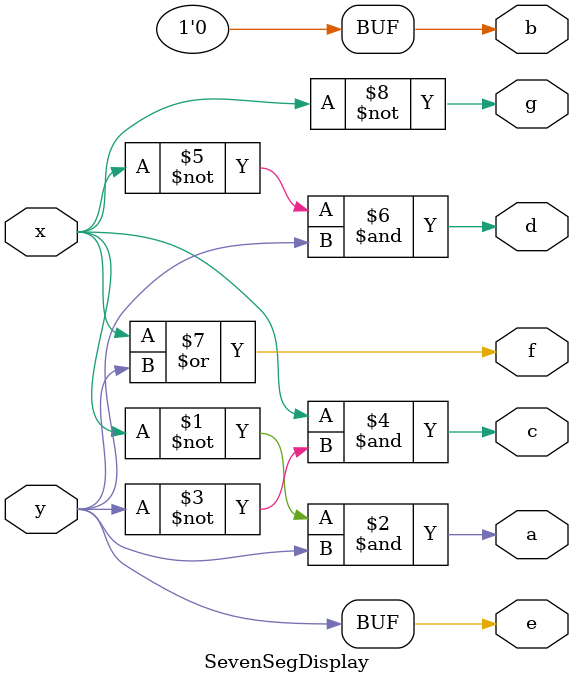
<source format=v>
module SevenSegDisplay(a,b,c,d,e,f,g,x,y);
	input x,y;
	output a,b,c,d,e,f,g;
	assign a = ~x&y;
	assign b = 0;
	assign c = x&~y;
	assign d = ~x&y;
	assign e = y;
	assign f = x|y;
	assign g = ~x;
endmodule 


</source>
